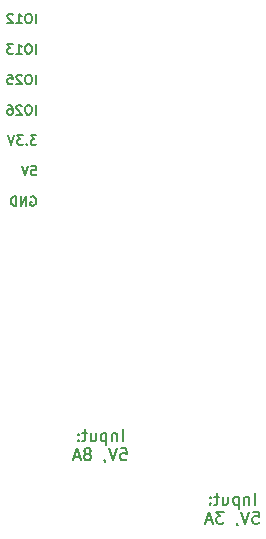
<source format=gbr>
%TF.GenerationSoftware,KiCad,Pcbnew,(6.0.4-0)*%
%TF.CreationDate,2022-07-09T22:35:58+02:00*%
%TF.ProjectId,GlowTowerPCB,476c6f77-546f-4776-9572-5043422e6b69,rev?*%
%TF.SameCoordinates,Original*%
%TF.FileFunction,Legend,Bot*%
%TF.FilePolarity,Positive*%
%FSLAX46Y46*%
G04 Gerber Fmt 4.6, Leading zero omitted, Abs format (unit mm)*
G04 Created by KiCad (PCBNEW (6.0.4-0)) date 2022-07-09 22:35:58*
%MOMM*%
%LPD*%
G01*
G04 APERTURE LIST*
%ADD10C,0.150000*%
G04 APERTURE END LIST*
D10*
X75880952Y-132297380D02*
X75880952Y-131297380D01*
X75404761Y-131630714D02*
X75404761Y-132297380D01*
X75404761Y-131725952D02*
X75357142Y-131678333D01*
X75261904Y-131630714D01*
X75119047Y-131630714D01*
X75023809Y-131678333D01*
X74976190Y-131773571D01*
X74976190Y-132297380D01*
X74500000Y-131630714D02*
X74500000Y-132630714D01*
X74500000Y-131678333D02*
X74404761Y-131630714D01*
X74214285Y-131630714D01*
X74119047Y-131678333D01*
X74071428Y-131725952D01*
X74023809Y-131821190D01*
X74023809Y-132106904D01*
X74071428Y-132202142D01*
X74119047Y-132249761D01*
X74214285Y-132297380D01*
X74404761Y-132297380D01*
X74500000Y-132249761D01*
X73166666Y-131630714D02*
X73166666Y-132297380D01*
X73595238Y-131630714D02*
X73595238Y-132154523D01*
X73547619Y-132249761D01*
X73452380Y-132297380D01*
X73309523Y-132297380D01*
X73214285Y-132249761D01*
X73166666Y-132202142D01*
X72833333Y-131630714D02*
X72452380Y-131630714D01*
X72690476Y-131297380D02*
X72690476Y-132154523D01*
X72642857Y-132249761D01*
X72547619Y-132297380D01*
X72452380Y-132297380D01*
X72119047Y-132202142D02*
X72071428Y-132249761D01*
X72119047Y-132297380D01*
X72166666Y-132249761D01*
X72119047Y-132202142D01*
X72119047Y-132297380D01*
X72119047Y-131678333D02*
X72071428Y-131725952D01*
X72119047Y-131773571D01*
X72166666Y-131725952D01*
X72119047Y-131678333D01*
X72119047Y-131773571D01*
X75714285Y-132907380D02*
X76190476Y-132907380D01*
X76238095Y-133383571D01*
X76190476Y-133335952D01*
X76095238Y-133288333D01*
X75857142Y-133288333D01*
X75761904Y-133335952D01*
X75714285Y-133383571D01*
X75666666Y-133478809D01*
X75666666Y-133716904D01*
X75714285Y-133812142D01*
X75761904Y-133859761D01*
X75857142Y-133907380D01*
X76095238Y-133907380D01*
X76190476Y-133859761D01*
X76238095Y-133812142D01*
X75380952Y-132907380D02*
X75047619Y-133907380D01*
X74714285Y-132907380D01*
X74333333Y-133859761D02*
X74333333Y-133907380D01*
X74380952Y-134002619D01*
X74428571Y-134050238D01*
X73238095Y-132907380D02*
X72619047Y-132907380D01*
X72952380Y-133288333D01*
X72809523Y-133288333D01*
X72714285Y-133335952D01*
X72666666Y-133383571D01*
X72619047Y-133478809D01*
X72619047Y-133716904D01*
X72666666Y-133812142D01*
X72714285Y-133859761D01*
X72809523Y-133907380D01*
X73095238Y-133907380D01*
X73190476Y-133859761D01*
X73238095Y-133812142D01*
X72238095Y-133621666D02*
X71761904Y-133621666D01*
X72333333Y-133907380D02*
X72000000Y-132907380D01*
X71666666Y-133907380D01*
X57312023Y-91543904D02*
X57312023Y-90743904D01*
X56778690Y-90743904D02*
X56626309Y-90743904D01*
X56550119Y-90782000D01*
X56473928Y-90858190D01*
X56435833Y-91010571D01*
X56435833Y-91277238D01*
X56473928Y-91429619D01*
X56550119Y-91505809D01*
X56626309Y-91543904D01*
X56778690Y-91543904D01*
X56854880Y-91505809D01*
X56931071Y-91429619D01*
X56969166Y-91277238D01*
X56969166Y-91010571D01*
X56931071Y-90858190D01*
X56854880Y-90782000D01*
X56778690Y-90743904D01*
X55673928Y-91543904D02*
X56131071Y-91543904D01*
X55902500Y-91543904D02*
X55902500Y-90743904D01*
X55978690Y-90858190D01*
X56054880Y-90934380D01*
X56131071Y-90972476D01*
X55369166Y-90820095D02*
X55331071Y-90782000D01*
X55254880Y-90743904D01*
X55064404Y-90743904D01*
X54988214Y-90782000D01*
X54950119Y-90820095D01*
X54912023Y-90896285D01*
X54912023Y-90972476D01*
X54950119Y-91086761D01*
X55407261Y-91543904D01*
X54912023Y-91543904D01*
X57312023Y-94119904D02*
X57312023Y-93319904D01*
X56778690Y-93319904D02*
X56626309Y-93319904D01*
X56550119Y-93358000D01*
X56473928Y-93434190D01*
X56435833Y-93586571D01*
X56435833Y-93853238D01*
X56473928Y-94005619D01*
X56550119Y-94081809D01*
X56626309Y-94119904D01*
X56778690Y-94119904D01*
X56854880Y-94081809D01*
X56931071Y-94005619D01*
X56969166Y-93853238D01*
X56969166Y-93586571D01*
X56931071Y-93434190D01*
X56854880Y-93358000D01*
X56778690Y-93319904D01*
X55673928Y-94119904D02*
X56131071Y-94119904D01*
X55902500Y-94119904D02*
X55902500Y-93319904D01*
X55978690Y-93434190D01*
X56054880Y-93510380D01*
X56131071Y-93548476D01*
X55407261Y-93319904D02*
X54912023Y-93319904D01*
X55178690Y-93624666D01*
X55064404Y-93624666D01*
X54988214Y-93662761D01*
X54950119Y-93700857D01*
X54912023Y-93777047D01*
X54912023Y-93967523D01*
X54950119Y-94043714D01*
X54988214Y-94081809D01*
X55064404Y-94119904D01*
X55292976Y-94119904D01*
X55369166Y-94081809D01*
X55407261Y-94043714D01*
X57312023Y-96695904D02*
X57312023Y-95895904D01*
X56778690Y-95895904D02*
X56626309Y-95895904D01*
X56550119Y-95934000D01*
X56473928Y-96010190D01*
X56435833Y-96162571D01*
X56435833Y-96429238D01*
X56473928Y-96581619D01*
X56550119Y-96657809D01*
X56626309Y-96695904D01*
X56778690Y-96695904D01*
X56854880Y-96657809D01*
X56931071Y-96581619D01*
X56969166Y-96429238D01*
X56969166Y-96162571D01*
X56931071Y-96010190D01*
X56854880Y-95934000D01*
X56778690Y-95895904D01*
X56131071Y-95972095D02*
X56092976Y-95934000D01*
X56016785Y-95895904D01*
X55826309Y-95895904D01*
X55750119Y-95934000D01*
X55712023Y-95972095D01*
X55673928Y-96048285D01*
X55673928Y-96124476D01*
X55712023Y-96238761D01*
X56169166Y-96695904D01*
X55673928Y-96695904D01*
X54950119Y-95895904D02*
X55331071Y-95895904D01*
X55369166Y-96276857D01*
X55331071Y-96238761D01*
X55254880Y-96200666D01*
X55064404Y-96200666D01*
X54988214Y-96238761D01*
X54950119Y-96276857D01*
X54912023Y-96353047D01*
X54912023Y-96543523D01*
X54950119Y-96619714D01*
X54988214Y-96657809D01*
X55064404Y-96695904D01*
X55254880Y-96695904D01*
X55331071Y-96657809D01*
X55369166Y-96619714D01*
X57312023Y-99271904D02*
X57312023Y-98471904D01*
X56778690Y-98471904D02*
X56626309Y-98471904D01*
X56550119Y-98510000D01*
X56473928Y-98586190D01*
X56435833Y-98738571D01*
X56435833Y-99005238D01*
X56473928Y-99157619D01*
X56550119Y-99233809D01*
X56626309Y-99271904D01*
X56778690Y-99271904D01*
X56854880Y-99233809D01*
X56931071Y-99157619D01*
X56969166Y-99005238D01*
X56969166Y-98738571D01*
X56931071Y-98586190D01*
X56854880Y-98510000D01*
X56778690Y-98471904D01*
X56131071Y-98548095D02*
X56092976Y-98510000D01*
X56016785Y-98471904D01*
X55826309Y-98471904D01*
X55750119Y-98510000D01*
X55712023Y-98548095D01*
X55673928Y-98624285D01*
X55673928Y-98700476D01*
X55712023Y-98814761D01*
X56169166Y-99271904D01*
X55673928Y-99271904D01*
X54988214Y-98471904D02*
X55140595Y-98471904D01*
X55216785Y-98510000D01*
X55254880Y-98548095D01*
X55331071Y-98662380D01*
X55369166Y-98814761D01*
X55369166Y-99119523D01*
X55331071Y-99195714D01*
X55292976Y-99233809D01*
X55216785Y-99271904D01*
X55064404Y-99271904D01*
X54988214Y-99233809D01*
X54950119Y-99195714D01*
X54912023Y-99119523D01*
X54912023Y-98929047D01*
X54950119Y-98852857D01*
X54988214Y-98814761D01*
X55064404Y-98776666D01*
X55216785Y-98776666D01*
X55292976Y-98814761D01*
X55331071Y-98852857D01*
X55369166Y-98929047D01*
X57388214Y-101047904D02*
X56892976Y-101047904D01*
X57159642Y-101352666D01*
X57045357Y-101352666D01*
X56969166Y-101390761D01*
X56931071Y-101428857D01*
X56892976Y-101505047D01*
X56892976Y-101695523D01*
X56931071Y-101771714D01*
X56969166Y-101809809D01*
X57045357Y-101847904D01*
X57273928Y-101847904D01*
X57350119Y-101809809D01*
X57388214Y-101771714D01*
X56550119Y-101771714D02*
X56512023Y-101809809D01*
X56550119Y-101847904D01*
X56588214Y-101809809D01*
X56550119Y-101771714D01*
X56550119Y-101847904D01*
X56245357Y-101047904D02*
X55750119Y-101047904D01*
X56016785Y-101352666D01*
X55902500Y-101352666D01*
X55826309Y-101390761D01*
X55788214Y-101428857D01*
X55750119Y-101505047D01*
X55750119Y-101695523D01*
X55788214Y-101771714D01*
X55826309Y-101809809D01*
X55902500Y-101847904D01*
X56131071Y-101847904D01*
X56207261Y-101809809D01*
X56245357Y-101771714D01*
X55521547Y-101047904D02*
X55254880Y-101847904D01*
X54988214Y-101047904D01*
X56931071Y-103623904D02*
X57312023Y-103623904D01*
X57350119Y-104004857D01*
X57312023Y-103966761D01*
X57235833Y-103928666D01*
X57045357Y-103928666D01*
X56969166Y-103966761D01*
X56931071Y-104004857D01*
X56892976Y-104081047D01*
X56892976Y-104271523D01*
X56931071Y-104347714D01*
X56969166Y-104385809D01*
X57045357Y-104423904D01*
X57235833Y-104423904D01*
X57312023Y-104385809D01*
X57350119Y-104347714D01*
X56664404Y-103623904D02*
X56397738Y-104423904D01*
X56131071Y-103623904D01*
X56892976Y-106238000D02*
X56969166Y-106199904D01*
X57083452Y-106199904D01*
X57197738Y-106238000D01*
X57273928Y-106314190D01*
X57312023Y-106390380D01*
X57350119Y-106542761D01*
X57350119Y-106657047D01*
X57312023Y-106809428D01*
X57273928Y-106885619D01*
X57197738Y-106961809D01*
X57083452Y-106999904D01*
X57007261Y-106999904D01*
X56892976Y-106961809D01*
X56854880Y-106923714D01*
X56854880Y-106657047D01*
X57007261Y-106657047D01*
X56512023Y-106999904D02*
X56512023Y-106199904D01*
X56054880Y-106999904D01*
X56054880Y-106199904D01*
X55673928Y-106999904D02*
X55673928Y-106199904D01*
X55483452Y-106199904D01*
X55369166Y-106238000D01*
X55292976Y-106314190D01*
X55254880Y-106390380D01*
X55216785Y-106542761D01*
X55216785Y-106657047D01*
X55254880Y-106809428D01*
X55292976Y-106885619D01*
X55369166Y-106961809D01*
X55483452Y-106999904D01*
X55673928Y-106999904D01*
X64680952Y-126937380D02*
X64680952Y-125937380D01*
X64204761Y-126270714D02*
X64204761Y-126937380D01*
X64204761Y-126365952D02*
X64157142Y-126318333D01*
X64061904Y-126270714D01*
X63919047Y-126270714D01*
X63823809Y-126318333D01*
X63776190Y-126413571D01*
X63776190Y-126937380D01*
X63300000Y-126270714D02*
X63300000Y-127270714D01*
X63300000Y-126318333D02*
X63204761Y-126270714D01*
X63014285Y-126270714D01*
X62919047Y-126318333D01*
X62871428Y-126365952D01*
X62823809Y-126461190D01*
X62823809Y-126746904D01*
X62871428Y-126842142D01*
X62919047Y-126889761D01*
X63014285Y-126937380D01*
X63204761Y-126937380D01*
X63300000Y-126889761D01*
X61966666Y-126270714D02*
X61966666Y-126937380D01*
X62395238Y-126270714D02*
X62395238Y-126794523D01*
X62347619Y-126889761D01*
X62252380Y-126937380D01*
X62109523Y-126937380D01*
X62014285Y-126889761D01*
X61966666Y-126842142D01*
X61633333Y-126270714D02*
X61252380Y-126270714D01*
X61490476Y-125937380D02*
X61490476Y-126794523D01*
X61442857Y-126889761D01*
X61347619Y-126937380D01*
X61252380Y-126937380D01*
X60919047Y-126842142D02*
X60871428Y-126889761D01*
X60919047Y-126937380D01*
X60966666Y-126889761D01*
X60919047Y-126842142D01*
X60919047Y-126937380D01*
X60919047Y-126318333D02*
X60871428Y-126365952D01*
X60919047Y-126413571D01*
X60966666Y-126365952D01*
X60919047Y-126318333D01*
X60919047Y-126413571D01*
X64514285Y-127547380D02*
X64990476Y-127547380D01*
X65038095Y-128023571D01*
X64990476Y-127975952D01*
X64895238Y-127928333D01*
X64657142Y-127928333D01*
X64561904Y-127975952D01*
X64514285Y-128023571D01*
X64466666Y-128118809D01*
X64466666Y-128356904D01*
X64514285Y-128452142D01*
X64561904Y-128499761D01*
X64657142Y-128547380D01*
X64895238Y-128547380D01*
X64990476Y-128499761D01*
X65038095Y-128452142D01*
X64180952Y-127547380D02*
X63847619Y-128547380D01*
X63514285Y-127547380D01*
X63133333Y-128499761D02*
X63133333Y-128547380D01*
X63180952Y-128642619D01*
X63228571Y-128690238D01*
X61800000Y-127975952D02*
X61895238Y-127928333D01*
X61942857Y-127880714D01*
X61990476Y-127785476D01*
X61990476Y-127737857D01*
X61942857Y-127642619D01*
X61895238Y-127595000D01*
X61800000Y-127547380D01*
X61609523Y-127547380D01*
X61514285Y-127595000D01*
X61466666Y-127642619D01*
X61419047Y-127737857D01*
X61419047Y-127785476D01*
X61466666Y-127880714D01*
X61514285Y-127928333D01*
X61609523Y-127975952D01*
X61800000Y-127975952D01*
X61895238Y-128023571D01*
X61942857Y-128071190D01*
X61990476Y-128166428D01*
X61990476Y-128356904D01*
X61942857Y-128452142D01*
X61895238Y-128499761D01*
X61800000Y-128547380D01*
X61609523Y-128547380D01*
X61514285Y-128499761D01*
X61466666Y-128452142D01*
X61419047Y-128356904D01*
X61419047Y-128166428D01*
X61466666Y-128071190D01*
X61514285Y-128023571D01*
X61609523Y-127975952D01*
X61038095Y-128261666D02*
X60561904Y-128261666D01*
X61133333Y-128547380D02*
X60800000Y-127547380D01*
X60466666Y-128547380D01*
M02*

</source>
